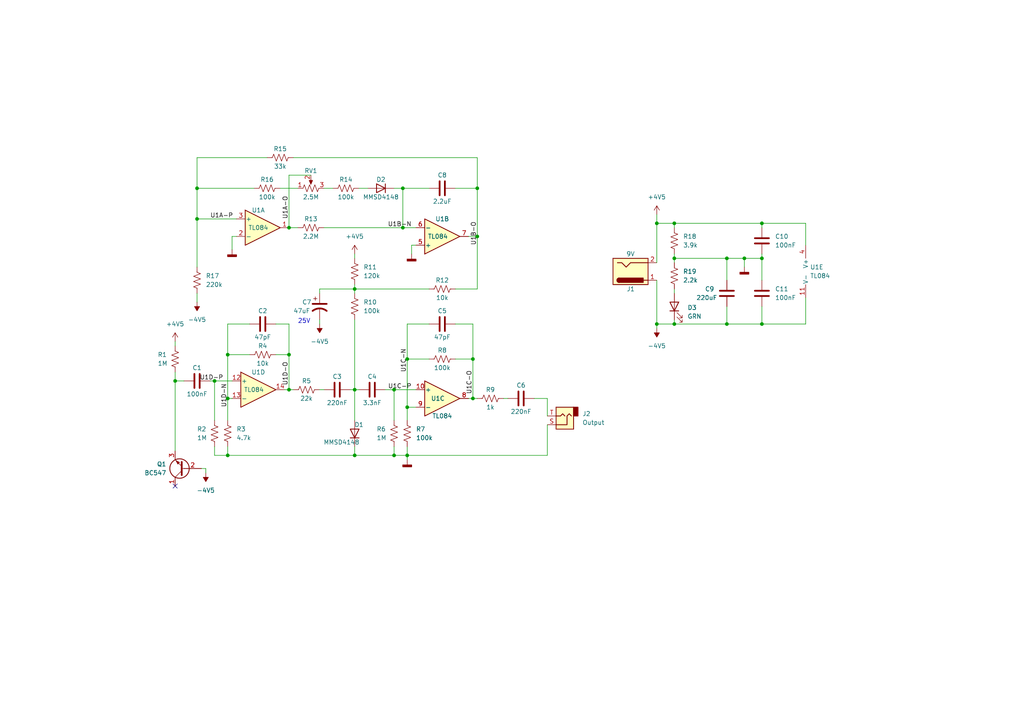
<source format=kicad_sch>
(kicad_sch (version 20211123) (generator eeschema)
  (paper "A4")
  (lib_symbols
    (symbol "Amplifier_Operational:TL084" (pin_names (offset 0.127))
      (property "Reference" "U" (at 0 5.08 0))
      (property "Value" "TL084" (at 0 -5.08 0))
      (symbol "TL084_1_1"
        (polyline (pts (xy -5.08 5.08) (xy 5.08 0) (xy -5.08 -5.08) (xy -5.08 5.08)) (stroke (width 0.254)) (fill (type background)))
        (pin output line (at 7.62 0 180) (length 2.54) (name "~") (number "1"))
        (pin input line (at -7.62 -2.54 0) (length 2.54) (name "-") (number "2"))
        (pin input line (at -7.62 2.54 0) (length 2.54) (name "+") (number "3"))
      )
      (symbol "TL084_2_1"
        (polyline (pts (xy -5.08 5.08) (xy 5.08 0) (xy -5.08 -5.08) (xy -5.08 5.08)) (stroke (width 0.254)) (fill (type background)))
        (pin input line (at -7.62 2.54 0) (length 2.54) (name "+") (number "5"))
        (pin input line (at -7.62 -2.54 0) (length 2.54) (name "-") (number "6"))
        (pin output line (at 7.62 0 180) (length 2.54) (name "~") (number "7"))
      )
      (symbol "TL084_3_1"
        (polyline (pts (xy -5.08 5.08) (xy 5.08 0) (xy -5.08 -5.08) (xy -5.08 5.08)) (stroke (width 0.254)) (fill (type background)))
        (pin input line (at -7.62 2.54 0) (length 2.54) (name "+") (number "10"))
        (pin output line (at 7.62 0 180) (length 2.54) (name "~") (number "8"))
        (pin input line (at -7.62 -2.54 0) (length 2.54) (name "-") (number "9"))
      )
      (symbol "TL084_4_1"
        (polyline (pts (xy -5.08 5.08) (xy 5.08 0) (xy -5.08 -5.08) (xy -5.08 5.08)) (stroke (width 0.254)) (fill (type background)))
        (pin input line (at -7.62 2.54 0) (length 2.54) (name "+") (number "12"))
        (pin input line (at -7.62 -2.54 0) (length 2.54) (name "-") (number "13"))
        (pin output line (at 7.62 0 180) (length 2.54) (name "~") (number "14"))
      )
      (symbol "TL084_5_1"
        (pin power_in line (at -2.54 -7.62 90) (length 3.81) (name "V-") (number "11"))
        (pin power_in line (at -2.54 7.62 270) (length 3.81) (name "V+") (number "4"))
      )
    )
    (symbol "Connector:AudioJack2"
      (property "Reference" "J" (at 0 8.89 0))
      (property "Value" "AudioJack2" (at 0 6.35 0))
      (symbol "AudioJack2_0_1"
        (rectangle (start -3.81 0) (end -2.54 -2.54) (stroke (width 0.254)) (fill (type outline)))
        (rectangle (start -2.54 3.81) (end 2.54 -2.54) (stroke (width 0.254)) (fill (type background)))
        (polyline (pts (xy 0 0) (xy 0.635 -0.635) (xy 1.27 0) (xy 2.54 0)) (stroke (width 0.254)))
        (polyline (pts (xy 2.54 2.54) (xy -0.635 2.54) (xy -0.635 0) (xy -1.27 -0.635) (xy -1.905 0)) (stroke (width 0.254)))
      )
      (symbol "AudioJack2_1_1"
        (pin passive line (at 5.08 2.54 180) (length 2.54) (name "~") (number "S"))
        (pin passive line (at 5.08 0 180) (length 2.54) (name "~") (number "T"))
      )
    )
    (symbol "Connector:Jack-DC" (pin_names (offset 1.016))
      (property "Reference" "J" (at 0 5.334 0))
      (property "Value" "Jack-DC" (at 0 -5.08 0))
      (symbol "Jack-DC_0_1"
        (rectangle (start -5.08 3.81) (end 5.08 -3.81) (stroke (width 0.254)) (fill (type background)))
        (arc (start -3.302 3.175) (mid -3.937 2.54) (end -3.302 1.905) (stroke (width 0.254)))
        (arc (start -3.302 3.175) (mid -3.937 2.54) (end -3.302 1.905) (stroke (width 0.254)) (fill (type outline)))
        (polyline (pts (xy 5.08 2.54) (xy 3.81 2.54)) (stroke (width 0.254)))
        (polyline (pts (xy -3.81 -2.54) (xy -2.54 -2.54) (xy -1.27 -1.27) (xy 0 -2.54) (xy 2.54 -2.54) (xy 5.08 -2.54)) (stroke (width 0.254)))
        (rectangle (start 3.683 3.175) (end -3.302 1.905) (stroke (width 0.254)) (fill (type outline)))
      )
      (symbol "Jack-DC_1_1"
        (pin passive line (at 7.62 2.54 180) (length 2.54) (name "~") (number "1"))
        (pin passive line (at 7.62 -2.54 180) (length 2.54) (name "~") (number "2"))
      )
    )
    (symbol "Device:C" (pin_numbers hide) (pin_names (offset 0.254))
      (property "Reference" "C" (at 0.635 2.54 0))
      (property "Value" "C" (at 0.635 -2.54 0))
      (symbol "C_0_1"
        (polyline (pts (xy -2.032 -0.762) (xy 2.032 -0.762)) (stroke (width 0.508)))
        (polyline (pts (xy -2.032 0.762) (xy 2.032 0.762)) (stroke (width 0.508)))
      )
      (symbol "C_1_1"
        (pin passive line (at 0 3.81 270) (length 2.794) (name "~") (number "1"))
        (pin passive line (at 0 -3.81 90) (length 2.794) (name "~") (number "2"))
      )
    )
    (symbol "Device:C_Polarized_US" (pin_numbers hide) (pin_names (offset 0.254) hide)
      (property "Reference" "C" (at 0.635 2.54 0))
      (property "Value" "C_Polarized_US" (at 0.635 -2.54 0))
      (symbol "C_Polarized_US_0_1"
        (polyline (pts (xy -2.032 0.762) (xy 2.032 0.762)) (stroke (width 0.508)))
        (polyline (pts (xy -1.778 2.286) (xy -0.762 2.286)))
        (polyline (pts (xy -1.27 1.778) (xy -1.27 2.794)))
        (arc (start 2.032 -1.27) (mid 0 -0.5572) (end -2.032 -1.27) (stroke (width 0.508)))
      )
      (symbol "C_Polarized_US_1_1"
        (pin passive line (at 0 3.81 270) (length 2.794) (name "~") (number "1"))
        (pin passive line (at 0 -3.81 90) (length 3.302) (name "~") (number "2"))
      )
    )
    (symbol "Device:LED" (pin_numbers hide) (pin_names (offset 1.016) hide)
      (property "Reference" "D" (at 0 2.54 0))
      (property "Value" "LED" (at 0 -2.54 0))
      (symbol "LED_0_1"
        (polyline (pts (xy -1.27 -1.27) (xy -1.27 1.27)) (stroke (width 0.254)))
        (polyline (pts (xy -1.27 0) (xy 1.27 0)))
        (polyline (pts (xy 1.27 -1.27) (xy 1.27 1.27) (xy -1.27 0) (xy 1.27 -1.27)) (stroke (width 0.254)))
        (polyline (pts (xy -3.048 -0.762) (xy -4.572 -2.286) (xy -3.81 -2.286) (xy -4.572 -2.286) (xy -4.572 -1.524)))
        (polyline (pts (xy -1.778 -0.762) (xy -3.302 -2.286) (xy -2.54 -2.286) (xy -3.302 -2.286) (xy -3.302 -1.524)))
      )
      (symbol "LED_1_1"
        (pin passive line (at -3.81 0 0) (length 2.54) (name "K") (number "1"))
        (pin passive line (at 3.81 0 180) (length 2.54) (name "A") (number "2"))
      )
    )
    (symbol "Device:R_Potentiometer_US" (pin_names (offset 1.016) hide)
      (property "Reference" "RV" (at -4.445 0 90))
      (property "Value" "R_Potentiometer_US" (at -2.54 0 90))
      (symbol "R_Potentiometer_US_0_1"
        (polyline (pts (xy 0 -2.286) (xy 0 -2.54)))
        (polyline (pts (xy 0 2.54) (xy 0 2.286)))
        (polyline (pts (xy 2.54 0) (xy 1.524 0)))
        (polyline (pts (xy 1.143 0) (xy 2.286 0.508) (xy 2.286 -0.508) (xy 1.143 0)) (fill (type outline)))
        (polyline (pts (xy 0 -0.762) (xy 1.016 -1.143) (xy 0 -1.524) (xy -1.016 -1.905) (xy 0 -2.286)))
        (polyline (pts (xy 0 0.762) (xy 1.016 0.381) (xy 0 0) (xy -1.016 -0.381) (xy 0 -0.762)))
        (polyline (pts (xy 0 2.286) (xy 1.016 1.905) (xy 0 1.524) (xy -1.016 1.143) (xy 0 0.762)))
      )
      (symbol "R_Potentiometer_US_1_1"
        (pin passive line (at 0 3.81 270) (length 1.27) (name "1") (number "1"))
        (pin passive line (at 3.81 0 180) (length 1.27) (name "2") (number "2"))
        (pin passive line (at 0 -3.81 90) (length 1.27) (name "3") (number "3"))
      )
    )
    (symbol "Device:R_US" (pin_numbers hide) (pin_names (offset 0))
      (property "Reference" "R" (at 2.54 0 90))
      (property "Value" "R_US" (at -2.54 0 90))
      (symbol "R_US_0_1"
        (polyline (pts (xy 0 -2.286) (xy 0 -2.54)))
        (polyline (pts (xy 0 2.286) (xy 0 2.54)))
        (polyline (pts (xy 0 -0.762) (xy 1.016 -1.143) (xy 0 -1.524) (xy -1.016 -1.905) (xy 0 -2.286)))
        (polyline (pts (xy 0 0.762) (xy 1.016 0.381) (xy 0 0) (xy -1.016 -0.381) (xy 0 -0.762)))
        (polyline (pts (xy 0 2.286) (xy 1.016 1.905) (xy 0 1.524) (xy -1.016 1.143) (xy 0 0.762)))
      )
      (symbol "R_US_1_1"
        (pin passive line (at 0 3.81 270) (length 1.27) (name "~") (number "1"))
        (pin passive line (at 0 -3.81 90) (length 1.27) (name "~") (number "2"))
      )
    )
    (symbol "Diode:MMSD4148" (pin_numbers hide) (pin_names hide)
      (property "Reference" "D" (at 0 2.54 0))
      (property "Value" "MMSD4148" (at 0 -2.54 0))
      (symbol "MMSD4148_0_1"
        (polyline (pts (xy -1.27 1.27) (xy -1.27 -1.27)) (stroke (width 0.254)))
        (polyline (pts (xy 1.27 0) (xy -1.27 0)))
        (polyline (pts (xy 1.27 1.27) (xy 1.27 -1.27) (xy -1.27 0) (xy 1.27 1.27)) (stroke (width 0.254)))
      )
      (symbol "MMSD4148_1_1"
        (pin passive line (at -3.81 0 0) (length 2.54) (name "K") (number "1"))
        (pin passive line (at 3.81 0 180) (length 2.54) (name "A") (number "2"))
      )
    )
    (symbol "Transistor_BJT:BC547" (pin_names (offset 0) hide)
      (property "Reference" "Q" (at 5.08 1.905 0))
      (property "Value" "BC547" (at 5.08 0 0))
      (symbol "BC547_0_1"
        (polyline (pts (xy 0 0) (xy 0.635 0)))
        (polyline (pts (xy 0.635 0.635) (xy 2.54 2.54)))
        (polyline (pts (xy 0.635 -0.635) (xy 2.54 -2.54) (xy 2.54 -2.54)))
        (polyline (pts (xy 0.635 1.905) (xy 0.635 -1.905) (xy 0.635 -1.905)) (stroke (width 0.508)))
        (polyline (pts (xy 1.27 -1.778) (xy 1.778 -1.27) (xy 2.286 -2.286) (xy 1.27 -1.778) (xy 1.27 -1.778)) (fill (type outline)))
        (circle (center 1.27 0) (radius 2.8194) (stroke (width 0.254)))
      )
      (symbol "BC547_1_1"
        (pin passive line (at 2.54 5.08 270) (length 2.54) (name "C") (number "1"))
        (pin input line (at -5.08 0 0) (length 5.08) (name "B") (number "2"))
        (pin passive line (at 2.54 -5.08 90) (length 2.54) (name "E") (number "3"))
      )
    )
    (symbol "audio:+4V5" (power) (pin_names (offset 0))
      (property "Value" "+4V5" (at 0 3.556 0))
      (symbol "+4V5_0_1"
        (polyline (pts (xy -0.762 1.27) (xy 0 2.54)))
        (polyline (pts (xy 0 0) (xy 0 2.54)))
        (polyline (pts (xy 0 2.54) (xy 0.762 1.27)))
      )
      (symbol "+4V5_1_1"
        (pin power_in line (at 0 0 90) (length 0) hide (name "+4V5") (number "1"))
      )
    )
    (symbol "audio:-4V5" (power) (pin_names (offset 0))
      (property "Value" "-4V5" (at 0 3.81 0))
      (symbol "-4V5_0_0"
        (pin power_in line (at 0 0 90) (length 0) hide (name "-4V5") (number "1"))
      )
      (symbol "-4V5_0_1"
        (polyline (pts (xy 0 0) (xy 0 1.27) (xy 0.762 1.27) (xy 0 2.54) (xy -0.762 1.27) (xy 0 1.27)) (fill (type outline)))
      )
    )
    (symbol "power:GNDD" (power) (pin_names (offset 0))
      (property "Value" "GNDD" (at 0 -3.175 0))
      (symbol "GNDD_0_1"
        (rectangle (start -1.27 -1.524) (end 1.27 -2.032) (stroke (width 0.254)) (fill (type outline)))
        (polyline (pts (xy 0 0) (xy 0 -1.524)))
      )
      (symbol "GNDD_1_1"
        (pin power_in line (at 0 0 270) (length 0) hide (name "GNDD") (number "1"))
      )
    )
  )
  (junction (at 190.5 93.98))
  (junction (at 118.11 104.14))
  (junction (at 57.15 54.61))
  (junction (at 220.98 64.77))
  (junction (at 114.3 132.08))
  (junction (at 114.3 113.03))
  (junction (at 102.87 83.82))
  (junction (at 62.23 110.49))
  (junction (at 195.58 64.77))
  (junction (at 220.98 74.93))
  (junction (at 66.04 115.57))
  (junction (at 50.8 110.49))
  (junction (at 137.16 115.57))
  (junction (at 83.82 102.87))
  (junction (at 57.15 63.5))
  (junction (at 66.04 132.08))
  (junction (at 138.43 54.61))
  (junction (at 66.04 102.87))
  (junction (at 210.82 93.98))
  (junction (at 118.11 118.11))
  (junction (at 102.87 113.03))
  (junction (at 138.43 68.58))
  (junction (at 195.58 93.98))
  (junction (at 210.82 74.93))
  (junction (at 116.84 66.04))
  (junction (at 102.87 132.08))
  (junction (at 116.84 54.61))
  (junction (at 195.58 74.93))
  (junction (at 220.98 93.98))
  (junction (at 190.5 64.77))
  (junction (at 83.82 66.04))
  (junction (at 215.9 74.93))
  (junction (at 83.82 113.03))
  (junction (at 118.11 132.08))
  (junction (at 137.16 104.14))
  (no_connect (at 50.8 140.97))
  (wire (pts (xy 66.04 132.08) (xy 102.87 132.08)))
  (wire (pts (xy 92.71 85.09) (xy 92.71 83.82)))
  (wire (pts (xy 104.14 54.61) (xy 106.68 54.61)))
  (wire (pts (xy 102.87 129.54) (xy 102.87 132.08)))
  (wire (pts (xy 93.98 66.04) (xy 116.84 66.04)))
  (wire (pts (xy 102.87 83.82) (xy 102.87 85.09)))
  (wire (pts (xy 83.82 50.8) (xy 90.17 50.8)))
  (wire (pts (xy 111.76 113.03) (xy 114.3 113.03)))
  (wire (pts (xy 57.15 45.72) (xy 57.15 54.61)))
  (wire (pts (xy 85.09 45.72) (xy 138.43 45.72)))
  (wire (pts (xy 138.43 83.82) (xy 138.43 68.58)))
  (wire (pts (xy 83.82 66.04) (xy 86.36 66.04)))
  (wire (pts (xy 81.28 54.61) (xy 86.36 54.61)))
  (wire (pts (xy 60.96 110.49) (xy 62.23 110.49)))
  (wire (pts (xy 102.87 83.82) (xy 124.46 83.82)))
  (wire (pts (xy 77.47 45.72) (xy 57.15 45.72)))
  (wire (pts (xy 137.16 93.98) (xy 137.16 104.14)))
  (wire (pts (xy 118.11 118.11) (xy 118.11 104.14)))
  (wire (pts (xy 118.11 93.98) (xy 124.46 93.98)))
  (wire (pts (xy 116.84 54.61) (xy 124.46 54.61)))
  (wire (pts (xy 50.8 110.49) (xy 53.34 110.49)))
  (wire (pts (xy 220.98 74.93) (xy 220.98 81.28)))
  (wire (pts (xy 92.71 113.03) (xy 93.98 113.03)))
  (wire (pts (xy 62.23 132.08) (xy 66.04 132.08)))
  (wire (pts (xy 233.68 71.12) (xy 233.68 64.77)))
  (wire (pts (xy 120.65 118.11) (xy 118.11 118.11)))
  (wire (pts (xy 220.98 88.9) (xy 220.98 93.98)))
  (wire (pts (xy 195.58 66.04) (xy 195.58 64.77)))
  (wire (pts (xy 66.04 93.98) (xy 66.04 102.87)))
  (wire (pts (xy 102.87 73.66) (xy 102.87 74.93)))
  (wire (pts (xy 138.43 54.61) (xy 138.43 68.58)))
  (wire (pts (xy 67.31 110.49) (xy 62.23 110.49)))
  (wire (pts (xy 118.11 129.54) (xy 118.11 132.08)))
  (wire (pts (xy 210.82 88.9) (xy 210.82 93.98)))
  (wire (pts (xy 190.5 76.2) (xy 190.5 64.77)))
  (wire (pts (xy 66.04 102.87) (xy 66.04 115.57)))
  (wire (pts (xy 116.84 66.04) (xy 120.65 66.04)))
  (wire (pts (xy 118.11 118.11) (xy 118.11 121.92)))
  (wire (pts (xy 72.39 102.87) (xy 66.04 102.87)))
  (wire (pts (xy 190.5 64.77) (xy 195.58 64.77)))
  (wire (pts (xy 120.65 71.12) (xy 119.38 71.12)))
  (wire (pts (xy 83.82 113.03) (xy 85.09 113.03)))
  (wire (pts (xy 118.11 104.14) (xy 124.46 104.14)))
  (wire (pts (xy 220.98 66.04) (xy 220.98 64.77)))
  (wire (pts (xy 102.87 113.03) (xy 102.87 121.92)))
  (wire (pts (xy 137.16 115.57) (xy 138.43 115.57)))
  (wire (pts (xy 62.23 129.54) (xy 62.23 132.08)))
  (wire (pts (xy 114.3 113.03) (xy 114.3 121.92)))
  (wire (pts (xy 80.01 93.98) (xy 83.82 93.98)))
  (wire (pts (xy 195.58 74.93) (xy 210.82 74.93)))
  (wire (pts (xy 233.68 93.98) (xy 220.98 93.98)))
  (wire (pts (xy 137.16 104.14) (xy 137.16 115.57)))
  (wire (pts (xy 195.58 93.98) (xy 190.5 93.98)))
  (wire (pts (xy 215.9 74.93) (xy 220.98 74.93)))
  (wire (pts (xy 83.82 93.98) (xy 83.82 102.87)))
  (wire (pts (xy 118.11 132.08) (xy 158.75 132.08)))
  (wire (pts (xy 66.04 115.57) (xy 67.31 115.57)))
  (wire (pts (xy 93.98 54.61) (xy 96.52 54.61)))
  (wire (pts (xy 114.3 132.08) (xy 118.11 132.08)))
  (wire (pts (xy 190.5 62.23) (xy 190.5 64.77)))
  (wire (pts (xy 119.38 71.12) (xy 119.38 73.66)))
  (wire (pts (xy 101.6 113.03) (xy 102.87 113.03)))
  (wire (pts (xy 132.08 54.61) (xy 138.43 54.61)))
  (wire (pts (xy 57.15 63.5) (xy 68.58 63.5)))
  (wire (pts (xy 102.87 132.08) (xy 114.3 132.08)))
  (wire (pts (xy 66.04 115.57) (xy 66.04 121.92)))
  (wire (pts (xy 190.5 93.98) (xy 190.5 95.25)))
  (wire (pts (xy 138.43 45.72) (xy 138.43 54.61)))
  (wire (pts (xy 158.75 115.57) (xy 158.75 120.65)))
  (wire (pts (xy 158.75 123.19) (xy 158.75 132.08)))
  (wire (pts (xy 50.8 99.06) (xy 50.8 100.33)))
  (wire (pts (xy 102.87 82.55) (xy 102.87 83.82)))
  (wire (pts (xy 80.01 102.87) (xy 83.82 102.87)))
  (wire (pts (xy 132.08 83.82) (xy 138.43 83.82)))
  (wire (pts (xy 72.39 93.98) (xy 66.04 93.98)))
  (wire (pts (xy 50.8 110.49) (xy 50.8 130.81)))
  (wire (pts (xy 83.82 102.87) (xy 83.82 113.03)))
  (wire (pts (xy 195.58 64.77) (xy 220.98 64.77)))
  (wire (pts (xy 118.11 104.14) (xy 118.11 93.98)))
  (wire (pts (xy 195.58 74.93) (xy 195.58 76.2)))
  (wire (pts (xy 118.11 132.08) (xy 118.11 133.35)))
  (wire (pts (xy 195.58 73.66) (xy 195.58 74.93)))
  (wire (pts (xy 220.98 93.98) (xy 210.82 93.98)))
  (wire (pts (xy 57.15 77.47) (xy 57.15 63.5)))
  (wire (pts (xy 132.08 93.98) (xy 137.16 93.98)))
  (wire (pts (xy 59.69 135.89) (xy 59.69 137.16)))
  (wire (pts (xy 102.87 113.03) (xy 104.14 113.03)))
  (wire (pts (xy 195.58 83.82) (xy 195.58 85.09)))
  (wire (pts (xy 50.8 107.95) (xy 50.8 110.49)))
  (wire (pts (xy 68.58 68.58) (xy 67.31 68.58)))
  (wire (pts (xy 92.71 83.82) (xy 102.87 83.82)))
  (wire (pts (xy 220.98 73.66) (xy 220.98 74.93)))
  (wire (pts (xy 233.68 64.77) (xy 220.98 64.77)))
  (wire (pts (xy 102.87 92.71) (xy 102.87 113.03)))
  (wire (pts (xy 215.9 74.93) (xy 215.9 77.47)))
  (wire (pts (xy 210.82 81.28) (xy 210.82 74.93)))
  (wire (pts (xy 154.94 115.57) (xy 158.75 115.57)))
  (wire (pts (xy 57.15 54.61) (xy 57.15 63.5)))
  (wire (pts (xy 138.43 68.58) (xy 135.89 68.58)))
  (wire (pts (xy 135.89 115.57) (xy 137.16 115.57)))
  (wire (pts (xy 116.84 54.61) (xy 116.84 66.04)))
  (wire (pts (xy 114.3 54.61) (xy 116.84 54.61)))
  (wire (pts (xy 210.82 93.98) (xy 195.58 93.98)))
  (wire (pts (xy 62.23 110.49) (xy 62.23 121.92)))
  (wire (pts (xy 67.31 68.58) (xy 67.31 72.39)))
  (wire (pts (xy 92.71 92.71) (xy 92.71 93.98)))
  (wire (pts (xy 66.04 129.54) (xy 66.04 132.08)))
  (wire (pts (xy 210.82 74.93) (xy 215.9 74.93)))
  (wire (pts (xy 190.5 81.28) (xy 190.5 93.98)))
  (wire (pts (xy 73.66 54.61) (xy 57.15 54.61)))
  (wire (pts (xy 83.82 66.04) (xy 83.82 50.8)))
  (wire (pts (xy 114.3 129.54) (xy 114.3 132.08)))
  (wire (pts (xy 233.68 86.36) (xy 233.68 93.98)))
  (wire (pts (xy 195.58 92.71) (xy 195.58 93.98)))
  (wire (pts (xy 57.15 85.09) (xy 57.15 87.63)))
  (wire (pts (xy 132.08 104.14) (xy 137.16 104.14)))
  (wire (pts (xy 146.05 115.57) (xy 147.32 115.57)))
  (wire (pts (xy 58.42 135.89) (xy 59.69 135.89)))
  (wire (pts (xy 82.55 113.03) (xy 83.82 113.03)))
  (wire (pts (xy 114.3 113.03) (xy 120.65 113.03)))
  (text "25V" (at 86.36 93.98 0) (effects (font (size 1.27 1.27)) (justify left bottom)))
  (label "U1B-N" (at 119.38 66.04 180))
  (label "U1A-O" (at 83.82 63.5 90))
  (label "U1C-N" (at 118.11 107.95 90))
  (label "U1D-O" (at 83.82 111.76 90))
  (label "U1B-O" (at 138.43 71.12 90))
  (label "U1D-P" (at 64.77 110.49 180))
  (label "U1C-P" (at 119.38 113.03 180))
  (label "U1C-O" (at 137.16 114.3 90))
  (label "U1A-P" (at 60.96 63.5 0))
  (label "U1D-N" (at 66.04 118.11 90))
  (symbol (lib_id "audio:+4V5") (at 102.87 73.66 0) (unit 1)
    (property "Reference" "#PWR0107" (effects hide))
    (property "Value" "+4V5" (at 102.87 68.58 0))
  )
  (symbol (lib_id "Device:R_US") (at 81.28 45.72 90) (unit 1)
    (property "Reference" "R15" (at 81.28 43.18 90))
    (property "Value" "33k" (at 81.28 48.26 90))
    (property "Footprint" "Resistor_SMD:R_0805_2012Metric_Pad1.20x1.40mm_HandSolder" (effects hide))
  )
  (symbol (lib_id "Device:C") (at 128.27 54.61 90) (unit 1)
    (property "Reference" "C8" (at 128.27 50.8 90))
    (property "Value" "2.2uF" (at 128.27 58.42 90))
    (property "Footprint" "Capacitor_SMD:C_0805_2012Metric_Pad1.18x1.45mm_HandSolder" (effects hide))
  )
  (symbol (lib_id "Device:R_US") (at 102.87 88.9 0) (unit 1)
    (property "Reference" "R10" (at 105.41 87.6299 0) (effects (justify left)))
    (property "Value" "100k" (at 105.41 90.1699 0) (effects (justify left)))
    (property "Footprint" "Resistor_SMD:R_0805_2012Metric_Pad1.20x1.40mm_HandSolder" (effects hide))
  )
  (symbol (lib_id "Device:R_US") (at 100.33 54.61 90) (unit 1)
    (property "Reference" "R14" (at 100.33 52.07 90))
    (property "Value" "100k" (at 100.33 57.15 90))
    (property "Footprint" "Resistor_SMD:R_0805_2012Metric_Pad1.20x1.40mm_HandSolder" (effects hide))
  )
  (symbol (lib_id "Amplifier_Operational:TL084") (at 74.93 113.03 0) (unit 4)
    (property "Reference" "U1" (at 74.93 107.95 0))
    (property "Value" "TL084" (at 73.66 113.03 0))
    (property "Footprint" "Package_SO:SOIC-14_3.9x8.7mm_P1.27mm" (effects hide))
    (property "Datasheet" "http://www.ti.com/lit/ds/symlink/tl081.pdf" (effects hide))
  )
  (symbol (lib_id "audio:+4V5") (at 190.5 62.23 0) (unit 1)
    (property "Reference" "#PWR0111" (effects hide))
    (property "Value" "+4V5" (at 190.5 57.15 0))
  )
  (symbol (lib_id "Device:LED") (at 195.58 88.9 90) (unit 1)
    (property "Reference" "D3" (at 199.39 89.2174 90) (effects (justify right)))
    (property "Value" "GRN" (at 199.39 91.7574 90) (effects (justify right)))
    (property "Footprint" "Diode_SMD:D_1206_3216Metric_Pad1.42x1.75mm_HandSolder" (effects hide))
  )
  (symbol (lib_id "Device:R_US") (at 114.3 125.73 0) (unit 1)
    (property "Reference" "R6" (at 109.22 124.46 0) (effects (justify left)))
    (property "Value" "1M" (at 109.22 127 0) (effects (justify left)))
    (property "Footprint" "Resistor_SMD:R_0805_2012Metric_Pad1.20x1.40mm_HandSolder" (effects hide))
  )
  (symbol (lib_id "Device:R_US") (at 50.8 104.14 0) (unit 1)
    (property "Reference" "R1" (at 45.72 102.87 0) (effects (justify left)))
    (property "Value" "1M" (at 45.72 105.41 0) (effects (justify left)))
    (property "Footprint" "Resistor_SMD:R_0805_2012Metric_Pad1.20x1.40mm_HandSolder" (effects hide))
  )
  (symbol (lib_id "power:GNDD") (at 119.38 73.66 0) (unit 1)
    (property "Reference" "#PWR0106" (effects hide))
    (property "Value" "GNDD" (effects hide))
  )
  (symbol (lib_id "Device:R_US") (at 77.47 54.61 90) (unit 1)
    (property "Reference" "R16" (at 77.47 52.07 90))
    (property "Value" "100k" (at 77.47 57.15 90))
    (property "Footprint" "Resistor_SMD:R_0805_2012Metric_Pad1.20x1.40mm_HandSolder" (effects hide))
  )
  (symbol (lib_id "Device:R_US") (at 57.15 81.28 0) (unit 1)
    (property "Reference" "R17" (at 59.69 80.0099 0) (effects (justify left)))
    (property "Value" "220k" (at 59.69 82.5499 0) (effects (justify left)))
    (property "Footprint" "Resistor_SMD:R_0805_2012Metric_Pad1.20x1.40mm_HandSolder" (effects hide))
  )
  (symbol (lib_id "Device:R_US") (at 102.87 78.74 0) (unit 1)
    (property "Reference" "R11" (at 105.41 77.4699 0) (effects (justify left)))
    (property "Value" "120k" (at 105.41 80.0099 0) (effects (justify left)))
    (property "Footprint" "Resistor_SMD:R_0805_2012Metric_Pad1.20x1.40mm_HandSolder" (effects hide))
  )
  (symbol (lib_id "Device:C") (at 128.27 93.98 90) (unit 1)
    (property "Reference" "C5" (at 128.27 90.17 90))
    (property "Value" "47pF" (at 128.27 97.79 90))
    (property "Footprint" "Capacitor_SMD:C_0805_2012Metric_Pad1.18x1.45mm_HandSolder" (effects hide))
  )
  (symbol (lib_id "Device:R_US") (at 76.2 102.87 90) (unit 1)
    (property "Reference" "R4" (at 76.2 100.33 90))
    (property "Value" "10k" (at 76.2 105.41 90))
    (property "Footprint" "Resistor_SMD:R_0805_2012Metric_Pad1.20x1.40mm_HandSolder" (effects hide))
  )
  (symbol (lib_id "audio:-4V5") (at 59.69 137.16 180) (unit 1)
    (property "Reference" "#PWR0105" (effects hide))
    (property "Value" "-4V5" (at 59.69 142.24 0))
  )
  (symbol (lib_id "Diode:MMSD4148") (at 102.87 125.73 270) (mirror x) (unit 1)
    (property "Reference" "D1" (at 104.14 123.19 90))
    (property "Value" "MMSD4148" (at 99.06 128.27 90))
    (property "Footprint" "Diode_SMD:D_SOD-123" (effects hide))
    (property "Datasheet" "https://www.onsemi.com/pub/Collateral/MMSD4148T1-D.PDF" (effects hide))
  )
  (symbol (lib_id "Transistor_BJT:BC547") (at 53.34 135.89 180) (unit 1)
    (property "Reference" "Q1" (at 48.26 134.6199 0) (effects (justify left)))
    (property "Value" "BC547" (at 48.26 137.1599 0) (effects (justify left)))
    (property "Footprint" "Package_TO_SOT_THT:TO-92_Inline" (effects hide))
    (property "Datasheet" "https://www.onsemi.com/pub/Collateral/BC550-D.pdf" (effects hide))
  )
  (symbol (lib_id "power:GNDD") (at 67.31 72.39 0) (unit 1)
    (property "Reference" "#PWR0101" (effects hide))
    (property "Value" "GNDD" (effects hide))
  )
  (symbol (lib_id "Device:R_US") (at 62.23 125.73 0) (unit 1)
    (property "Reference" "R2" (at 57.15 124.46 0) (effects (justify left)))
    (property "Value" "1M" (at 57.15 127 0) (effects (justify left)))
    (property "Footprint" "Resistor_SMD:R_0805_2012Metric_Pad1.20x1.40mm_HandSolder" (effects hide))
  )
  (symbol (lib_id "Device:R_US") (at 88.9 113.03 90) (unit 1)
    (property "Reference" "R5" (at 88.9 110.49 90))
    (property "Value" "22k" (at 88.9 115.57 90))
    (property "Footprint" "Resistor_SMD:R_0805_2012Metric_Pad1.20x1.40mm_HandSolder" (effects hide))
  )
  (symbol (lib_id "Device:C") (at 97.79 113.03 90) (unit 1)
    (property "Reference" "C3" (at 97.79 109.22 90))
    (property "Value" "220nF" (at 97.79 116.84 90))
    (property "Footprint" "Capacitor_SMD:C_0805_2012Metric_Pad1.18x1.45mm_HandSolder" (effects hide))
  )
  (symbol (lib_id "Device:C") (at 107.95 113.03 90) (unit 1)
    (property "Reference" "C4" (at 107.95 109.22 90))
    (property "Value" "3.3nF" (at 107.95 116.84 90))
    (property "Footprint" "Capacitor_SMD:C_0805_2012Metric_Pad1.18x1.45mm_HandSolder" (effects hide))
  )
  (symbol (lib_id "power:GNDD") (at 118.11 133.35 0) (unit 1)
    (property "Reference" "#PWR0108" (effects hide))
    (property "Value" "GNDD" (effects hide))
  )
  (symbol (lib_id "Connector:AudioJack2") (at 163.83 120.65 180) (unit 1)
    (property "Reference" "J2" (at 168.91 120.0149 0) (effects (justify right)))
    (property "Value" "Output" (at 168.91 122.5549 0) (effects (justify right)))
    (property "Footprint" "audo-proj:Jack_3.5mm_CUI_MJ-3523-SMT" (effects hide))
  )
  (symbol (lib_id "Device:C") (at 210.82 85.09 0) (unit 1)
    (property "Reference" "C9" (at 204.47 83.82 0) (effects (justify left)))
    (property "Value" "220uF" (at 201.93 86.36 0) (effects (justify left)))
    (property "Footprint" "Capacitor_SMD:C_0805_2012Metric_Pad1.18x1.45mm_HandSolder" (effects hide))
  )
  (symbol (lib_id "Device:C") (at 220.98 85.09 0) (unit 1)
    (property "Reference" "C11" (at 224.79 83.8199 0) (effects (justify left)))
    (property "Value" "100nF" (at 224.79 86.3599 0) (effects (justify left)))
    (property "Footprint" "Capacitor_SMD:C_0805_2012Metric_Pad1.18x1.45mm_HandSolder" (effects hide))
  )
  (symbol (lib_id "Amplifier_Operational:TL084") (at 128.27 68.58 0) (mirror x) (unit 2)
    (property "Reference" "U1" (at 128.27 63.5 0))
    (property "Value" "TL084" (at 127 68.58 0))
    (property "Footprint" "Package_SO:SOIC-14_3.9x8.7mm_P1.27mm" (effects hide))
    (property "Datasheet" "http://www.ti.com/lit/ds/symlink/tl081.pdf" (effects hide))
  )
  (symbol (lib_id "Device:R_US") (at 142.24 115.57 90) (unit 1)
    (property "Reference" "R9" (at 142.24 113.03 90))
    (property "Value" "1k" (at 142.24 118.11 90))
    (property "Footprint" "Resistor_SMD:R_0805_2012Metric_Pad1.20x1.40mm_HandSolder" (effects hide))
  )
  (symbol (lib_id "audio:-4V5") (at 190.5 95.25 180) (unit 1)
    (property "Reference" "#PWR0110" (effects hide))
    (property "Value" "-4V5" (at 190.5 100.33 0))
  )
  (symbol (lib_id "Diode:MMSD4148") (at 110.49 54.61 0) (mirror y) (unit 1)
    (property "Reference" "D2" (at 110.49 52.07 0))
    (property "Value" "MMSD4148" (at 110.49 57.15 0))
    (property "Footprint" "Diode_SMD:D_SOD-123" (effects hide))
    (property "Datasheet" "https://www.onsemi.com/pub/Collateral/MMSD4148T1-D.PDF" (effects hide))
  )
  (symbol (lib_id "Device:R_US") (at 128.27 83.82 90) (unit 1)
    (property "Reference" "R12" (at 128.27 81.28 90))
    (property "Value" "10k" (at 128.27 86.36 90))
    (property "Footprint" "Resistor_SMD:R_0805_2012Metric_Pad1.20x1.40mm_HandSolder" (effects hide))
  )
  (symbol (lib_id "power:GNDD") (at 215.9 77.47 0) (unit 1)
    (property "Reference" "#PWR0109" (effects hide))
    (property "Value" "GNDD" (effects hide))
  )
  (symbol (lib_id "Device:C") (at 57.15 110.49 90) (unit 1)
    (property "Reference" "C1" (at 57.15 106.68 90))
    (property "Value" "100nF" (at 57.15 114.3 90))
    (property "Footprint" "Capacitor_SMD:C_0805_2012Metric_Pad1.18x1.45mm_HandSolder" (effects hide))
  )
  (symbol (lib_id "Device:R_US") (at 66.04 125.73 0) (unit 1)
    (property "Reference" "R3" (at 68.58 124.4599 0) (effects (justify left)))
    (property "Value" "4.7k" (at 68.58 126.9999 0) (effects (justify left)))
    (property "Footprint" "Resistor_SMD:R_0805_2012Metric_Pad1.20x1.40mm_HandSolder" (effects hide))
  )
  (symbol (lib_id "Amplifier_Operational:TL084") (at 236.22 78.74 0) (unit 5)
    (property "Reference" "U1" (at 234.95 77.4699 0) (effects (justify left)))
    (property "Value" "TL084" (at 234.95 80.0099 0) (effects (justify left)))
    (property "Footprint" "Package_SO:SOIC-14_3.9x8.7mm_P1.27mm" (effects hide))
    (property "Datasheet" "http://www.ti.com/lit/ds/symlink/tl081.pdf" (effects hide))
  )
  (symbol (lib_id "Device:R_US") (at 118.11 125.73 0) (unit 1)
    (property "Reference" "R7" (at 120.65 124.4599 0) (effects (justify left)))
    (property "Value" "100k" (at 120.65 126.9999 0) (effects (justify left)))
    (property "Footprint" "Resistor_SMD:R_0805_2012Metric_Pad1.20x1.40mm_HandSolder" (effects hide))
  )
  (symbol (lib_id "Device:R_US") (at 128.27 104.14 90) (unit 1)
    (property "Reference" "R8" (at 128.27 101.6 90))
    (property "Value" "100k" (at 128.27 106.68 90))
    (property "Footprint" "Resistor_SMD:R_0805_2012Metric_Pad1.20x1.40mm_HandSolder" (effects hide))
  )
  (symbol (lib_id "Device:C_Polarized_US") (at 92.71 88.9 0) (unit 1)
    (property "Reference" "C7" (at 87.63 87.63 0) (effects (justify left)))
    (property "Value" "47uF" (at 85.09 90.17 0) (effects (justify left)))
    (property "Footprint" "Capacitor_SMD:C_0805_2012Metric_Pad1.18x1.45mm_HandSolder" (effects hide))
  )
  (symbol (lib_id "Amplifier_Operational:TL084") (at 76.2 66.04 0) (unit 1)
    (property "Reference" "U1" (at 74.93 60.96 0))
    (property "Value" "TL084" (at 74.93 66.04 0))
    (property "Footprint" "Package_SO:SOIC-14_3.9x8.7mm_P1.27mm" (effects hide))
    (property "Datasheet" "http://www.ti.com/lit/ds/symlink/tl081.pdf" (effects hide))
  )
  (symbol (lib_id "audio:-4V5") (at 92.71 93.98 180) (unit 1)
    (property "Reference" "#PWR0103" (effects hide))
    (property "Value" "-4V5" (at 92.71 99.06 0))
  )
  (symbol (lib_id "Device:C") (at 76.2 93.98 90) (unit 1)
    (property "Reference" "C2" (at 76.2 90.17 90))
    (property "Value" "47pF" (at 76.2 97.79 90))
    (property "Footprint" "Capacitor_SMD:C_0805_2012Metric_Pad1.18x1.45mm_HandSolder" (effects hide))
  )
  (symbol (lib_id "Device:R_Potentiometer_US") (at 90.17 54.61 90) (unit 1)
    (property "Reference" "RV1" (at 90.17 49.53 90))
    (property "Value" "2.5M" (at 90.17 57.15 90))
    (property "Footprint" "Connector_Wire:SolderWire-0.1sqmm_1x03_P3.6mm_D0.4mm_OD1mm" (effects hide))
  )
  (symbol (lib_id "Device:C") (at 220.98 69.85 0) (unit 1)
    (property "Reference" "C10" (at 224.79 68.5799 0) (effects (justify left)))
    (property "Value" "100nF" (at 224.79 71.1199 0) (effects (justify left)))
    (property "Footprint" "Capacitor_SMD:C_0805_2012Metric_Pad1.18x1.45mm_HandSolder" (effects hide))
  )
  (symbol (lib_id "Device:R_US") (at 195.58 69.85 0) (unit 1)
    (property "Reference" "R18" (at 198.12 68.5799 0) (effects (justify left)))
    (property "Value" "3.9k" (at 198.12 71.1199 0) (effects (justify left)))
    (property "Footprint" "Resistor_SMD:R_0805_2012Metric_Pad1.20x1.40mm_HandSolder" (effects hide))
  )
  (symbol (lib_id "Device:R_US") (at 90.17 66.04 90) (unit 1)
    (property "Reference" "R13" (at 90.17 63.5 90))
    (property "Value" "2.2M" (at 90.17 68.58 90))
    (property "Footprint" "Resistor_SMD:R_0805_2012Metric_Pad1.20x1.40mm_HandSolder" (effects hide))
  )
  (symbol (lib_id "audio:-4V5") (at 57.15 87.63 180) (unit 1)
    (property "Reference" "#PWR0102" (effects hide))
    (property "Value" "-4V5" (at 57.15 92.71 0))
  )
  (symbol (lib_id "audio:+4V5") (at 50.8 99.06 0) (unit 1)
    (property "Reference" "#PWR0104" (effects hide))
    (property "Value" "+4V5" (at 50.8 93.98 0))
  )
  (symbol (lib_id "Device:R_US") (at 195.58 80.01 0) (unit 1)
    (property "Reference" "R19" (at 198.12 78.7399 0) (effects (justify left)))
    (property "Value" "2.2k" (at 198.12 81.2799 0) (effects (justify left)))
    (property "Footprint" "Resistor_SMD:R_0805_2012Metric_Pad1.20x1.40mm_HandSolder" (effects hide))
  )
  (symbol (lib_id "Device:C") (at 151.13 115.57 90) (unit 1)
    (property "Reference" "C6" (at 151.13 111.76 90))
    (property "Value" "220nF" (at 151.13 119.38 90))
    (property "Footprint" "Capacitor_SMD:C_0805_2012Metric_Pad1.18x1.45mm_HandSolder" (effects hide))
  )
  (symbol (lib_id "Amplifier_Operational:TL084") (at 128.27 115.57 0) (unit 3)
    (property "Reference" "U1" (at 127 115.57 0))
    (property "Value" "TL084" (at 128.27 120.65 0))
    (property "Footprint" "Package_SO:SOIC-14_3.9x8.7mm_P1.27mm" (effects hide))
    (property "Datasheet" "http://www.ti.com/lit/ds/symlink/tl081.pdf" (effects hide))
  )
  (symbol (lib_id "Connector:Jack-DC") (at 182.88 78.74 0) (mirror x) (unit 1)
    (property "Reference" "J1" (at 184.15 83.82 0) (effects (justify right)))
    (property "Value" "9V" (at 184.15 73.66 0) (effects (justify right)))
    (property "Footprint" "Connector_BarrelJack:BarrelJack_CUI_PJ-036AH-SMT_Horizontal" (effects hide))
  )
)
</source>
